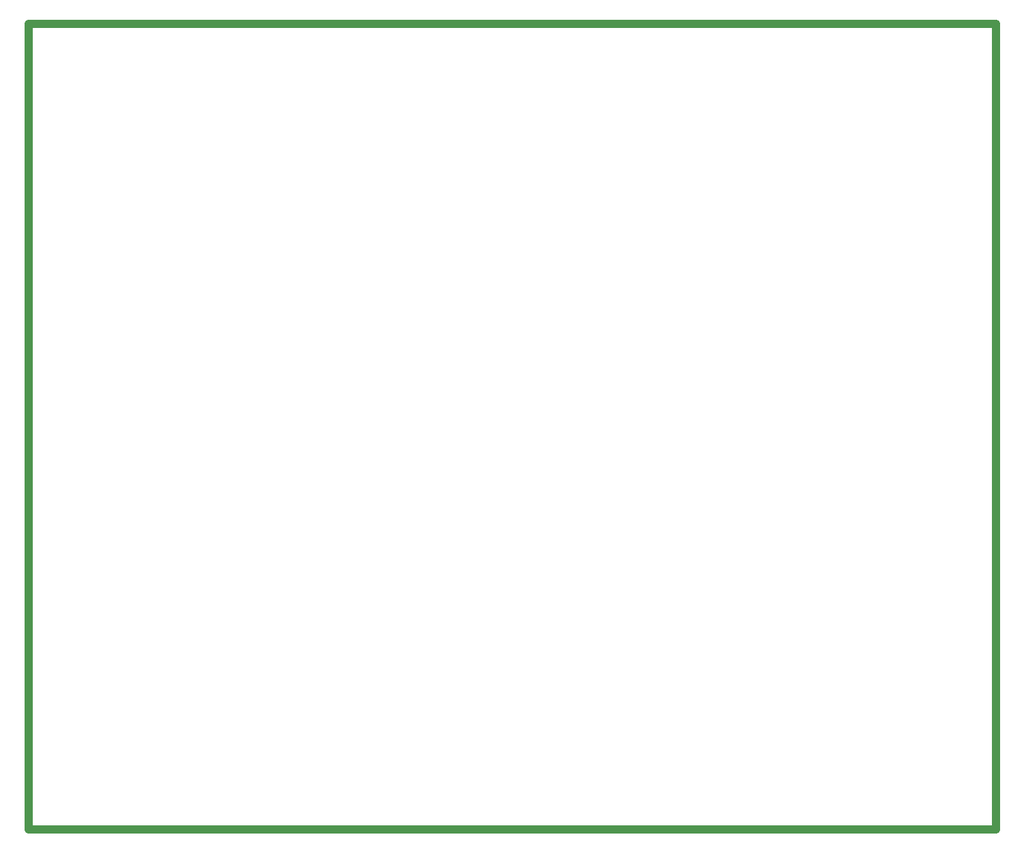
<source format=gbo>
%FSLAX24Y24*%
%MOIN*%
%ADD10C,0.0394*%
D10*
G01X0Y0D02*
X0Y39370D01*
X47244Y39370D01*
X47244Y0D01*
X0Y0D01*
M02*

</source>
